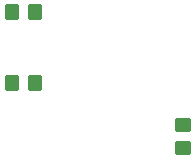
<source format=gbr>
%TF.GenerationSoftware,KiCad,Pcbnew,8.0.7*%
%TF.CreationDate,2025-02-28T09:56:09-08:00*%
%TF.ProjectId,514finalsensor,35313466-696e-4616-9c73-656e736f722e,rev?*%
%TF.SameCoordinates,Original*%
%TF.FileFunction,Paste,Top*%
%TF.FilePolarity,Positive*%
%FSLAX46Y46*%
G04 Gerber Fmt 4.6, Leading zero omitted, Abs format (unit mm)*
G04 Created by KiCad (PCBNEW 8.0.7) date 2025-02-28 09:56:09*
%MOMM*%
%LPD*%
G01*
G04 APERTURE LIST*
G04 Aperture macros list*
%AMRoundRect*
0 Rectangle with rounded corners*
0 $1 Rounding radius*
0 $2 $3 $4 $5 $6 $7 $8 $9 X,Y pos of 4 corners*
0 Add a 4 corners polygon primitive as box body*
4,1,4,$2,$3,$4,$5,$6,$7,$8,$9,$2,$3,0*
0 Add four circle primitives for the rounded corners*
1,1,$1+$1,$2,$3*
1,1,$1+$1,$4,$5*
1,1,$1+$1,$6,$7*
1,1,$1+$1,$8,$9*
0 Add four rect primitives between the rounded corners*
20,1,$1+$1,$2,$3,$4,$5,0*
20,1,$1+$1,$4,$5,$6,$7,0*
20,1,$1+$1,$6,$7,$8,$9,0*
20,1,$1+$1,$8,$9,$2,$3,0*%
G04 Aperture macros list end*
%ADD10RoundRect,0.250000X-0.350000X-0.450000X0.350000X-0.450000X0.350000X0.450000X-0.350000X0.450000X0*%
%ADD11RoundRect,0.250000X-0.450000X0.350000X-0.450000X-0.350000X0.450000X-0.350000X0.450000X0.350000X0*%
G04 APERTURE END LIST*
D10*
%TO.C,R1*%
X188500000Y-63500000D03*
X190500000Y-63500000D03*
%TD*%
%TO.C,R2*%
X188500000Y-69500000D03*
X190500000Y-69500000D03*
%TD*%
D11*
%TO.C,R3*%
X203000000Y-73000000D03*
X203000000Y-75000000D03*
%TD*%
M02*

</source>
